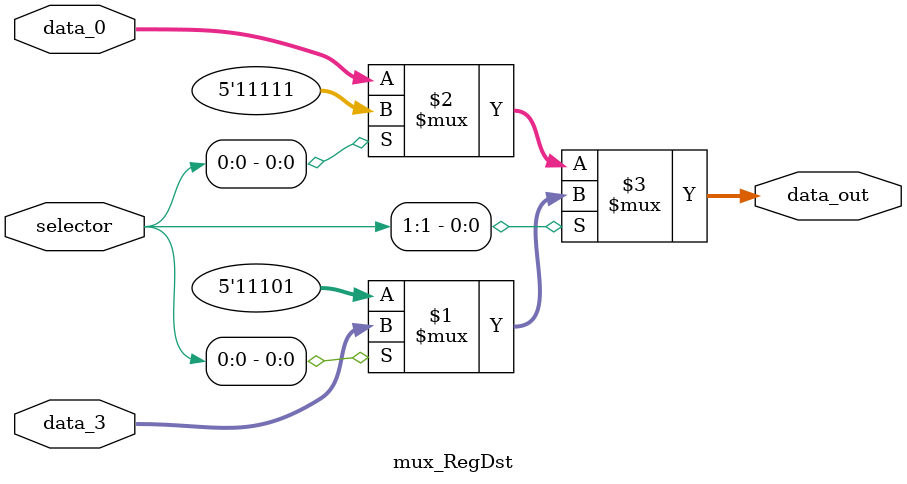
<source format=v>
module mux_RegDst(selector, data_3, data_0, data_out);
    input wire [1:0] selector;
    input wire [4:0] data_0;
    //input wire [31:0] data_1; -- 31 --
    //input wire [31:0] data_2; -- 29 -- 
    input wire [4:0] data_3;
    output wire [4:0] data_out;

	assign data_out = selector[1] ? ( selector[0] ? (data_3) : (5'd29) ) : ( selector[0] ? (5'd31) : (data_0) ); 

endmodule
</source>
